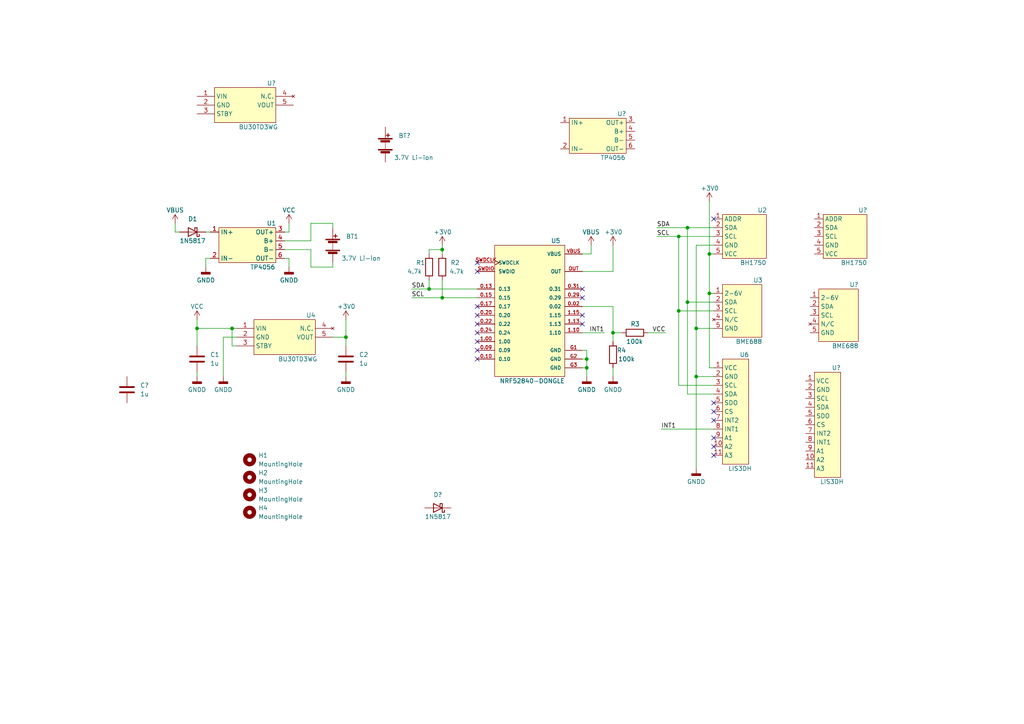
<source format=kicad_sch>
(kicad_sch (version 20211123) (generator eeschema)
  (paper "A4")
  (lib_symbols
    (symbol "BH1750:BH1750"
      (property "Reference" "U" (at 2.54 -1.27 0))
      (property "Value" "BH1750" (at -5.08 -1.27 0))
      (symbol "BH1750_0_1"
        (rectangle (start -8.89 -2.54) (end 3.81 -15.24) (fill (type background)))
      )
      (symbol "BH1750_1_1"
        (pin input line (at -7.62 -17.78 90) (length 2.54) (name "ADDR") (number "1"))
        (pin bidirectional line (at -5.08 -17.78 90) (length 2.54) (name "SDA") (number "2"))
        (pin bidirectional line (at -2.54 -17.78 90) (length 2.54) (name "SCL") (number "3"))
        (pin power_in line (at 0 -17.78 90) (length 2.54) (name "GND") (number "4"))
        (pin power_in line (at 2.54 -17.78 90) (length 2.54) (name "VCC") (number "5"))
      )
    )
    (symbol "BME688:BME688"
      (property "Reference" "U" (at 6.35 2.54 0))
      (property "Value" "BME688" (at -1.27 2.54 0))
      (symbol "BME688_0_1"
        (rectangle (start -6.35 1.27) (end 8.89 -10.16) (fill (type background)))
      )
      (symbol "BME688_1_1"
        (pin power_in line (at -3.81 -12.7 90) (length 2.54) (name "2-6V") (number "1"))
        (pin bidirectional line (at -1.27 -12.7 90) (length 2.54) (name "SDA") (number "2"))
        (pin bidirectional line (at 1.27 -12.7 90) (length 2.54) (name "SCL") (number "3"))
        (pin no_connect line (at 3.81 -12.7 90) (length 2.54) (name "N/C") (number "4"))
        (pin power_in line (at 6.35 -12.7 90) (length 2.54) (name "GND") (number "5"))
      )
    )
    (symbol "BU30TD3WG:BU30TD3WG"
      (property "Reference" "U" (at 10.16 -1.27 0))
      (property "Value" "BU30TD3WG" (at -1.27 -1.27 0))
      (symbol "BU30TD3WG_0_0"
        (pin power_in line (at -11.43 -5.08 0) (length 5.08) (name "VIN") (number "1"))
        (pin power_in line (at -11.43 -7.62 0) (length 5.08) (name "GND") (number "2"))
        (pin input line (at -11.43 -10.16 0) (length 5.08) (name "STBY") (number "3"))
        (pin no_connect line (at 16.51 -5.08 180) (length 5.08) (name "N.C.") (number "4"))
        (pin output line (at 16.51 -7.62 180) (length 5.08) (name "VOUT") (number "5"))
      )
      (symbol "BU30TD3WG_0_1"
        (polyline (pts (xy -6.35 -2.54) (xy 11.43 -2.54) (xy 11.43 -12.7) (xy -6.35 -12.7) (xy -6.35 -2.54)) (stroke (width 0.1524)) (fill (type background)))
      )
    )
    (symbol "Device:Battery" (pin_numbers hide) (pin_names (offset 0) hide)
      (property "Reference" "BT" (at 2.54 2.54 0))
      (property "Value" "Battery" (at 2.54 0 0))
      (symbol "Battery_0_1"
        (rectangle (start -2.032 -1.397) (end 2.032 -1.651) (fill (type outline)))
        (rectangle (start -2.032 1.778) (end 2.032 1.524) (fill (type outline)))
        (rectangle (start -1.3208 -1.9812) (end 1.27 -2.4892) (fill (type outline)))
        (rectangle (start -1.3208 1.1938) (end 1.27 0.6858) (fill (type outline)))
        (polyline (pts (xy 0 -1.524) (xy 0 -1.27)))
        (polyline (pts (xy 0 -1.016) (xy 0 -0.762)))
        (polyline (pts (xy 0 -0.508) (xy 0 -0.254)))
        (polyline (pts (xy 0 0) (xy 0 0.254)))
        (polyline (pts (xy 0 0.508) (xy 0 0.762)))
        (polyline (pts (xy 0 1.778) (xy 0 2.54)))
        (polyline (pts (xy 0.254 2.667) (xy 1.27 2.667)) (stroke (width 0.254)))
        (polyline (pts (xy 0.762 3.175) (xy 0.762 2.159)) (stroke (width 0.254)))
      )
      (symbol "Battery_1_1"
        (pin passive line (at 0 5.08 270) (length 2.54) (name "+") (number "1"))
        (pin passive line (at 0 -5.08 90) (length 2.54) (name "-") (number "2"))
      )
    )
    (symbol "Device:C" (pin_numbers hide) (pin_names (offset 0.254))
      (property "Reference" "C" (at 0.635 2.54 0))
      (property "Value" "C" (at 0.635 -2.54 0))
      (symbol "C_0_1"
        (polyline (pts (xy -2.032 -0.762) (xy 2.032 -0.762)) (stroke (width 0.508)))
        (polyline (pts (xy -2.032 0.762) (xy 2.032 0.762)) (stroke (width 0.508)))
      )
      (symbol "C_1_1"
        (pin passive line (at 0 3.81 270) (length 2.794) (name "~") (number "1"))
        (pin passive line (at 0 -3.81 90) (length 2.794) (name "~") (number "2"))
      )
    )
    (symbol "Device:R" (pin_numbers hide) (pin_names (offset 0))
      (property "Reference" "R" (at 2.032 0 90))
      (property "Value" "R" (at 0 0 90))
      (symbol "R_0_1"
        (rectangle (start -1.016 -2.54) (end 1.016 2.54) (stroke (width 0.254)))
      )
      (symbol "R_1_1"
        (pin passive line (at 0 3.81 270) (length 1.27) (name "~") (number "1"))
        (pin passive line (at 0 -3.81 90) (length 1.27) (name "~") (number "2"))
      )
    )
    (symbol "Diode:1N5817" (pin_numbers hide) (pin_names (offset 1.016) hide)
      (property "Reference" "D" (at 0 2.54 0))
      (property "Value" "1N5817" (at 0 -2.54 0))
      (symbol "1N5817_0_1"
        (polyline (pts (xy 1.27 0) (xy -1.27 0)))
        (polyline (pts (xy 1.27 1.27) (xy 1.27 -1.27) (xy -1.27 0) (xy 1.27 1.27)) (stroke (width 0.254)))
        (polyline (pts (xy -1.905 0.635) (xy -1.905 1.27) (xy -1.27 1.27) (xy -1.27 -1.27) (xy -0.635 -1.27) (xy -0.635 -0.635)) (stroke (width 0.254)))
      )
      (symbol "1N5817_1_1"
        (pin passive line (at -3.81 0 0) (length 2.54) (name "K") (number "1"))
        (pin passive line (at 3.81 0 180) (length 2.54) (name "A") (number "2"))
      )
    )
    (symbol "LIS3DH:LIS3DH"
      (property "Reference" "U" (at 0 0 0))
      (property "Value" "LIS3DH" (at 0 0 0))
      (symbol "LIS3DH_0_1"
        (rectangle (start -3.81 -1.27) (end 26.67 -8.89) (fill (type background)))
      )
      (symbol "LIS3DH_1_1"
        (pin power_in line (at -1.27 -11.43 90) (length 2.54) (name "VCC") (number "1"))
        (pin bidirectional line (at 21.59 -11.43 90) (length 2.54) (name "A2") (number "10"))
        (pin bidirectional line (at 24.13 -11.43 90) (length 2.54) (name "A3") (number "11"))
        (pin power_in line (at 1.27 -11.43 90) (length 2.54) (name "GND") (number "2"))
        (pin bidirectional line (at 3.81 -11.43 90) (length 2.54) (name "SCL") (number "3"))
        (pin bidirectional line (at 6.35 -11.43 90) (length 2.54) (name "SDA") (number "4"))
        (pin output line (at 8.89 -11.43 90) (length 2.54) (name "SDO") (number "5"))
        (pin input line (at 11.43 -11.43 90) (length 2.54) (name "CS") (number "6"))
        (pin input line (at 13.97 -11.43 90) (length 2.54) (name "INT2") (number "7"))
        (pin input line (at 16.51 -11.43 90) (length 2.54) (name "INT1") (number "8"))
        (pin bidirectional line (at 19.05 -11.43 90) (length 2.54) (name "A1") (number "9"))
      )
    )
    (symbol "Mechanical:MountingHole" (pin_names (offset 1.016))
      (property "Reference" "H" (at 0 5.08 0))
      (property "Value" "MountingHole" (at 0 3.175 0))
      (symbol "MountingHole_0_1"
        (circle (center 0 0) (radius 1.27) (stroke (width 1.27)))
      )
    )
    (symbol "NRF52840-DONGLE:NRF52840-DONGLE" (pin_names (offset 1.016))
      (property "Reference" "U?" (at 8.89 21.59 0))
      (property "Value" "NRF52840-DONGLE" (at 10.16 -19.05 0))
      (symbol "NRF52840-DONGLE_0_0"
        (rectangle (start -10.16 20.32) (end 10.16 -17.78) (stroke (width 0.1524)) (fill (type background)))
        (pin bidirectional line (at 15.24 2.54 180) (length 5.08) (name "0.02") (number "0.02"))
        (pin bidirectional line (at -15.24 -10.16 0) (length 5.08) (name "0.09") (number "0.09"))
        (pin bidirectional line (at -15.24 -12.7 0) (length 5.08) (name "0.10") (number "0.10"))
        (pin bidirectional line (at -15.24 7.62 0) (length 5.08) (name "0.13") (number "0.13"))
        (pin bidirectional line (at -15.24 5.08 0) (length 5.08) (name "0.15") (number "0.15"))
        (pin bidirectional line (at -15.24 2.54 0) (length 5.08) (name "0.17") (number "0.17"))
        (pin bidirectional line (at -15.24 0 0) (length 5.08) (name "0.20") (number "0.20"))
        (pin bidirectional line (at -15.24 -2.54 0) (length 5.08) (name "0.22") (number "0.22"))
        (pin bidirectional line (at -15.24 -5.08 0) (length 5.08) (name "0.24") (number "0.24"))
        (pin bidirectional line (at 15.24 5.08 180) (length 5.08) (name "0.29") (number "0.29"))
        (pin bidirectional line (at 15.24 7.62 180) (length 5.08) (name "0.31") (number "0.31"))
        (pin bidirectional line (at -15.24 -7.62 0) (length 5.08) (name "1.00") (number "1.00"))
        (pin bidirectional line (at 15.24 -5.08 180) (length 5.08) (name "1.10") (number "1.10"))
        (pin bidirectional line (at 15.24 -2.54 180) (length 5.08) (name "1.13") (number "1.13"))
        (pin bidirectional line (at 15.24 0 180) (length 5.08) (name "1.15") (number "1.15"))
        (pin power_in line (at 15.24 -10.16 180) (length 5.08) (name "GND") (number "G1"))
        (pin power_in line (at 15.24 -12.7 180) (length 5.08) (name "GND") (number "G2"))
        (pin power_in line (at 15.24 -15.24 180) (length 5.08) (name "GND") (number "G3"))
        (pin output line (at 15.24 12.7 180) (length 5.08) (name "OUT") (number "OUT"))
        (pin input clock (at -15.24 15.24 0) (length 5.08) (name "SWDCLK") (number "SWDCLK"))
        (pin bidirectional line (at -15.24 12.7 0) (length 5.08) (name "SWDIO") (number "SWDIO"))
        (pin power_in line (at 15.24 17.78 180) (length 5.08) (name "VBUS") (number "VBUS"))
      )
    )
    (symbol "TP4056_module:TP4056"
      (property "Reference" "U" (at 8.89 0 0))
      (property "Value" "TP4056" (at -2.54 0 0))
      (symbol "TP4056_0_1"
        (rectangle (start -6.35 -1.27) (end 10.16 -11.43) (fill (type background)))
      )
      (symbol "TP4056_1_1"
        (pin power_in line (at -8.89 -2.54 0) (length 2.54) (name "IN+") (number "1"))
        (pin power_in line (at -8.89 -10.16 0) (length 2.54) (name "IN-") (number "2"))
        (pin power_out line (at 12.7 -2.54 180) (length 2.54) (name "OUT+") (number "3"))
        (pin power_in line (at 12.7 -5.08 180) (length 2.54) (name "B+") (number "4"))
        (pin power_in line (at 12.7 -7.62 180) (length 2.54) (name "B-") (number "5"))
        (pin power_out line (at 12.7 -10.16 180) (length 2.54) (name "OUT-") (number "6"))
      )
    )
    (symbol "power:+3V0" (power) (pin_names (offset 0))
      (property "Value" "+3V0" (at 0 3.556 0))
      (symbol "+3V0_0_1"
        (polyline (pts (xy -0.762 1.27) (xy 0 2.54)))
        (polyline (pts (xy 0 0) (xy 0 2.54)))
        (polyline (pts (xy 0 2.54) (xy 0.762 1.27)))
      )
      (symbol "+3V0_1_1"
        (pin power_in line (at 0 0 90) (length 0) hide (name "+3V0") (number "1"))
      )
    )
    (symbol "power:GNDD" (power) (pin_names (offset 0))
      (property "Value" "GNDD" (at 0 -3.175 0))
      (symbol "GNDD_0_1"
        (rectangle (start -1.27 -1.524) (end 1.27 -2.032) (stroke (width 0.254)) (fill (type outline)))
        (polyline (pts (xy 0 0) (xy 0 -1.524)))
      )
      (symbol "GNDD_1_1"
        (pin power_in line (at 0 0 270) (length 0) hide (name "GNDD") (number "1"))
      )
    )
    (symbol "power:VBUS" (power) (pin_names (offset 0))
      (property "Value" "VBUS" (at 0 3.81 0))
      (symbol "VBUS_0_1"
        (polyline (pts (xy -0.762 1.27) (xy 0 2.54)))
        (polyline (pts (xy 0 0) (xy 0 2.54)))
        (polyline (pts (xy 0 2.54) (xy 0.762 1.27)))
      )
      (symbol "VBUS_1_1"
        (pin power_in line (at 0 0 90) (length 0) hide (name "VBUS") (number "1"))
      )
    )
    (symbol "power:VCC" (power) (pin_names (offset 0))
      (property "Value" "VCC" (at 0 3.81 0))
      (symbol "VCC_0_1"
        (polyline (pts (xy -0.762 1.27) (xy 0 2.54)))
        (polyline (pts (xy 0 0) (xy 0 2.54)))
        (polyline (pts (xy 0 2.54) (xy 0.762 1.27)))
      )
      (symbol "VCC_1_1"
        (pin power_in line (at 0 0 90) (length 0) hide (name "VCC") (number "1"))
      )
    )
  )
  (junction (at 205.74 73.66))
  (junction (at 205.74 85.09))
  (junction (at 196.85 90.17))
  (junction (at 57.15 95.25))
  (junction (at 170.18 104.14))
  (junction (at 128.27 86.36))
  (junction (at 177.8 96.52))
  (junction (at 67.31 95.25))
  (junction (at 124.46 83.82))
  (junction (at 201.93 95.25))
  (junction (at 199.39 66.04))
  (junction (at 128.27 72.39))
  (junction (at 170.18 106.68))
  (junction (at 201.93 109.22))
  (junction (at 100.33 97.79))
  (junction (at 196.85 68.58))
  (junction (at 199.39 87.63))
  (no_connect (at 207.01 121.92))
  (no_connect (at 138.43 88.9))
  (no_connect (at 168.91 86.36))
  (no_connect (at 138.43 99.06))
  (no_connect (at 207.01 127))
  (no_connect (at 168.91 83.82))
  (no_connect (at 168.91 93.98))
  (no_connect (at 207.01 116.84))
  (no_connect (at 138.43 78.74))
  (no_connect (at 138.43 76.2))
  (no_connect (at 138.43 91.44))
  (no_connect (at 138.43 96.52))
  (no_connect (at 207.01 63.5))
  (no_connect (at 138.43 104.14))
  (no_connect (at 207.01 119.38))
  (no_connect (at 207.01 132.08))
  (no_connect (at 207.01 129.54))
  (no_connect (at 138.43 101.6))
  (no_connect (at 168.91 91.44))
  (no_connect (at 138.43 93.98))
  (wire (pts (xy 96.52 64.77) (xy 96.52 66.04)))
  (wire (pts (xy 196.85 111.76) (xy 196.85 90.17)))
  (wire (pts (xy 177.8 96.52) (xy 177.8 99.06)))
  (wire (pts (xy 50.8 64.77) (xy 50.8 67.31)))
  (wire (pts (xy 177.8 88.9) (xy 177.8 96.52)))
  (wire (pts (xy 207.01 90.17) (xy 196.85 90.17)))
  (wire (pts (xy 59.69 74.93) (xy 59.69 77.47)))
  (wire (pts (xy 199.39 66.04) (xy 199.39 87.63)))
  (wire (pts (xy 177.8 71.12) (xy 177.8 78.74)))
  (wire (pts (xy 180.34 96.52) (xy 177.8 96.52)))
  (wire (pts (xy 82.55 72.39) (xy 90.17 72.39)))
  (wire (pts (xy 196.85 68.58) (xy 196.85 90.17)))
  (wire (pts (xy 128.27 72.39) (xy 128.27 73.66)))
  (wire (pts (xy 124.46 83.82) (xy 138.43 83.82)))
  (wire (pts (xy 168.91 104.14) (xy 170.18 104.14)))
  (wire (pts (xy 100.33 97.79) (xy 96.52 97.79)))
  (wire (pts (xy 201.93 95.25) (xy 201.93 109.22)))
  (wire (pts (xy 177.8 109.22) (xy 177.8 106.68)))
  (wire (pts (xy 170.18 104.14) (xy 170.18 106.68)))
  (wire (pts (xy 187.96 96.52) (xy 193.04 96.52)))
  (wire (pts (xy 57.15 107.95) (xy 57.15 109.22)))
  (wire (pts (xy 82.55 69.85) (xy 90.17 69.85)))
  (wire (pts (xy 128.27 86.36) (xy 119.38 86.36)))
  (wire (pts (xy 199.39 66.04) (xy 207.01 66.04)))
  (wire (pts (xy 207.01 111.76) (xy 196.85 111.76)))
  (wire (pts (xy 90.17 72.39) (xy 90.17 77.47)))
  (wire (pts (xy 190.5 68.58) (xy 196.85 68.58)))
  (wire (pts (xy 57.15 95.25) (xy 67.31 95.25)))
  (wire (pts (xy 50.8 67.31) (xy 52.07 67.31)))
  (wire (pts (xy 119.38 83.82) (xy 124.46 83.82)))
  (wire (pts (xy 83.82 64.77) (xy 83.82 67.31)))
  (wire (pts (xy 168.91 88.9) (xy 177.8 88.9)))
  (wire (pts (xy 82.55 74.93) (xy 83.82 74.93)))
  (wire (pts (xy 207.01 87.63) (xy 199.39 87.63)))
  (wire (pts (xy 100.33 92.71) (xy 100.33 97.79)))
  (wire (pts (xy 68.58 100.33) (xy 67.31 100.33)))
  (wire (pts (xy 59.69 67.31) (xy 60.96 67.31)))
  (wire (pts (xy 171.45 73.66) (xy 168.91 73.66)))
  (wire (pts (xy 205.74 85.09) (xy 205.74 106.68)))
  (wire (pts (xy 207.01 71.12) (xy 201.93 71.12)))
  (wire (pts (xy 170.18 101.6) (xy 170.18 104.14)))
  (wire (pts (xy 205.74 58.42) (xy 205.74 73.66)))
  (wire (pts (xy 168.91 101.6) (xy 170.18 101.6)))
  (wire (pts (xy 59.69 74.93) (xy 60.96 74.93)))
  (wire (pts (xy 124.46 81.28) (xy 124.46 83.82)))
  (wire (pts (xy 90.17 64.77) (xy 96.52 64.77)))
  (wire (pts (xy 83.82 74.93) (xy 83.82 77.47)))
  (wire (pts (xy 190.5 66.04) (xy 199.39 66.04)))
  (wire (pts (xy 83.82 67.31) (xy 82.55 67.31)))
  (wire (pts (xy 175.26 96.52) (xy 168.91 96.52)))
  (wire (pts (xy 171.45 71.12) (xy 171.45 73.66)))
  (wire (pts (xy 207.01 95.25) (xy 201.93 95.25)))
  (wire (pts (xy 205.74 73.66) (xy 205.74 85.09)))
  (wire (pts (xy 170.18 106.68) (xy 168.91 106.68)))
  (wire (pts (xy 207.01 85.09) (xy 205.74 85.09)))
  (wire (pts (xy 170.18 109.22) (xy 170.18 106.68)))
  (wire (pts (xy 128.27 86.36) (xy 138.43 86.36)))
  (wire (pts (xy 100.33 109.22) (xy 100.33 107.95)))
  (wire (pts (xy 67.31 100.33) (xy 67.31 95.25)))
  (wire (pts (xy 207.01 73.66) (xy 205.74 73.66)))
  (wire (pts (xy 196.85 68.58) (xy 207.01 68.58)))
  (wire (pts (xy 199.39 114.3) (xy 199.39 87.63)))
  (wire (pts (xy 128.27 71.12) (xy 128.27 72.39)))
  (wire (pts (xy 90.17 77.47) (xy 96.52 77.47)))
  (wire (pts (xy 207.01 114.3) (xy 199.39 114.3)))
  (wire (pts (xy 90.17 69.85) (xy 90.17 64.77)))
  (wire (pts (xy 68.58 95.25) (xy 67.31 95.25)))
  (wire (pts (xy 128.27 81.28) (xy 128.27 86.36)))
  (wire (pts (xy 207.01 106.68) (xy 205.74 106.68)))
  (wire (pts (xy 68.58 97.79) (xy 64.77 97.79)))
  (wire (pts (xy 57.15 92.71) (xy 57.15 95.25)))
  (wire (pts (xy 100.33 100.33) (xy 100.33 97.79)))
  (wire (pts (xy 124.46 73.66) (xy 124.46 72.39)))
  (wire (pts (xy 201.93 109.22) (xy 201.93 135.89)))
  (wire (pts (xy 201.93 71.12) (xy 201.93 95.25)))
  (wire (pts (xy 57.15 100.33) (xy 57.15 95.25)))
  (wire (pts (xy 96.52 77.47) (xy 96.52 76.2)))
  (wire (pts (xy 64.77 97.79) (xy 64.77 109.22)))
  (wire (pts (xy 177.8 78.74) (xy 168.91 78.74)))
  (wire (pts (xy 124.46 72.39) (xy 128.27 72.39)))
  (wire (pts (xy 207.01 109.22) (xy 201.93 109.22)))
  (wire (pts (xy 191.77 124.46) (xy 207.01 124.46)))
  (label "SCL" (at 190.5 68.58 0))
  (label "SCL" (at 119.38 86.36 0))
  (label "VCC" (at 193.04 96.52 180))
  (label "INT1" (at 191.77 124.46 0))
  (label "INT1" (at 175.26 96.52 180))
  (label "SDA" (at 190.5 66.04 0))
  (label "SDA" (at 119.38 83.82 0))
  (symbol (lib_id "power:+3V0") (at 205.74 58.42 0) (unit 1)
    (property "Reference" "#PWR01" (effects hide))
    (property "Value" "+3V0" (at 203.2 54.61 0) (effects (justify left)))
  )
  (symbol (lib_id "LIS3DH:LIS3DH") (at 218.44 107.95 270) (unit 1)
    (property "Reference" "U6" (at 215.9 102.87 90))
    (property "Value" "LIS3DH" (at 214.63 135.89 90))
    (property "Footprint" "custom:LIS3DH" (effects hide))
  )
  (symbol (lib_id "BME688:BME688") (at 247.65 90.17 270) (unit 1)
    (property "Reference" "U?" (at 246.38 82.55 90) (effects (justify left)))
    (property "Value" "BME688" (at 241.3 100.33 90) (effects (justify left)))
    (property "Footprint" "custom:BME688" (effects hide))
  )
  (symbol (lib_id "Diode:1N5817") (at 127 147.32 180) (unit 1)
    (property "Reference" "D?" (at 127 143.51 0))
    (property "Value" "1N5817" (at 127 149.86 0))
    (property "Footprint" "Diode_THT:D_DO-41_SOD81_P10.16mm_Horizontal" (effects hide))
    (property "Datasheet" "http://www.vishay.com/docs/88525/1n5817.pdf" (effects hide))
  )
  (symbol (lib_id "power:GNDD") (at 59.69 77.47 0) (unit 1)
    (property "Reference" "#PWR?" (effects hide))
    (property "Value" "GNDD" (at 59.69 81.28 0))
  )
  (symbol (lib_id "TP4056_module:TP4056") (at 171.45 33.02 0) (unit 1)
    (property "Reference" "U?" (at 180.34 33.02 0))
    (property "Value" "TP4056" (at 177.8 45.72 0))
    (property "Footprint" "custom:TP4056-18650" (effects hide))
  )
  (symbol (lib_id "BH1750:BH1750") (at 224.79 71.12 270) (unit 1)
    (property "Reference" "U2" (at 219.71 60.96 90) (effects (justify left)))
    (property "Value" "BH1750" (at 214.63 76.2 90) (effects (justify left)))
    (property "Footprint" "custom:BH1750" (effects hide))
  )
  (symbol (lib_id "Device:R") (at 124.46 77.47 0) (unit 1)
    (property "Reference" "R1" (at 120.65 76.2 0) (effects (justify left)))
    (property "Value" "4.7k" (at 118.11 78.74 0) (effects (justify left)))
    (property "Footprint" "Resistor_THT:R_Axial_DIN0204_L3.6mm_D1.6mm_P5.08mm_Horizontal" (effects hide))
  )
  (symbol (lib_id "power:VBUS") (at 50.8 64.77 0) (unit 1)
    (property "Reference" "#PWR02" (effects hide))
    (property "Value" "VBUS" (at 50.8 60.96 0))
  )
  (symbol (lib_id "BME688:BME688") (at 219.71 88.9 270) (unit 1)
    (property "Reference" "U3" (at 218.44 81.28 90) (effects (justify left)))
    (property "Value" "BME688" (at 213.36 99.06 90) (effects (justify left)))
    (property "Footprint" "custom:BME688" (effects hide))
  )
  (symbol (lib_id "power:VBUS") (at 171.45 71.12 0) (unit 1)
    (property "Reference" "#PWR05" (effects hide))
    (property "Value" "VBUS" (at 171.45 67.31 0))
  )
  (symbol (lib_id "Device:C") (at 100.33 104.14 0) (unit 1)
    (property "Reference" "C2" (at 104.14 102.8699 0) (effects (justify left)))
    (property "Value" "1u" (at 104.14 105.4099 0) (effects (justify left)))
    (property "Footprint" "Capacitor_THT:C_Disc_D5.1mm_W3.2mm_P5.00mm" (effects hide))
  )
  (symbol (lib_id "Mechanical:MountingHole") (at 72.39 138.43 0) (unit 1)
    (property "Reference" "H2" (at 74.93 137.1599 0) (effects (justify left)))
    (property "Value" "MountingHole" (at 74.93 139.6999 0) (effects (justify left)))
    (property "Footprint" "MountingHole:MountingHole_2.5mm" (effects hide))
  )
  (symbol (lib_id "Device:R") (at 177.8 102.87 180) (unit 1)
    (property "Reference" "R4" (at 181.61 101.6 0) (effects (justify left)))
    (property "Value" "100k" (at 184.15 104.14 0) (effects (justify left)))
    (property "Footprint" "Resistor_THT:R_Axial_DIN0204_L3.6mm_D1.6mm_P5.08mm_Horizontal" (effects hide))
  )
  (symbol (lib_id "BU30TD3WG:BU30TD3WG") (at 80.01 90.17 0) (unit 1)
    (property "Reference" "U4" (at 90.17 91.44 0))
    (property "Value" "BU30TD3WG" (at 86.36 104.14 0))
    (property "Footprint" "Package_TO_SOT_SMD:SOT-23-5" (effects hide))
  )
  (symbol (lib_id "power:GNDD") (at 177.8 109.22 0) (unit 1)
    (property "Reference" "#PWR?" (effects hide))
    (property "Value" "GNDD" (at 177.8 113.03 0))
  )
  (symbol (lib_id "Mechanical:MountingHole") (at 72.39 148.59 0) (unit 1)
    (property "Reference" "H4" (at 74.93 147.3199 0) (effects (justify left)))
    (property "Value" "MountingHole" (at 74.93 149.8599 0) (effects (justify left)))
    (property "Footprint" "MountingHole:MountingHole_2.5mm" (effects hide))
  )
  (symbol (lib_id "power:GNDD") (at 201.93 135.89 0) (unit 1)
    (property "Reference" "#PWR?" (effects hide))
    (property "Value" "GNDD" (at 201.93 139.7 0))
  )
  (symbol (lib_id "power:+3V0") (at 177.8 71.12 0) (unit 1)
    (property "Reference" "#PWR06" (effects hide))
    (property "Value" "+3V0" (at 175.26 67.31 0) (effects (justify left)))
  )
  (symbol (lib_id "Mechanical:MountingHole") (at 72.39 133.35 0) (unit 1)
    (property "Reference" "H1" (at 74.93 132.0799 0) (effects (justify left)))
    (property "Value" "MountingHole" (at 74.93 134.6199 0) (effects (justify left)))
    (property "Footprint" "MountingHole:MountingHole_2.5mm" (effects hide))
  )
  (symbol (lib_id "Device:R") (at 184.15 96.52 270) (unit 1)
    (property "Reference" "R3" (at 182.88 93.98 90) (effects (justify left)))
    (property "Value" "100k" (at 181.61 99.06 90) (effects (justify left)))
    (property "Footprint" "Resistor_THT:R_Axial_DIN0204_L3.6mm_D1.6mm_P5.08mm_Horizontal" (effects hide))
  )
  (symbol (lib_id "power:+3V0") (at 100.33 92.71 0) (unit 1)
    (property "Reference" "#PWR010" (effects hide))
    (property "Value" "+3V0" (at 97.79 88.9 0) (effects (justify left)))
  )
  (symbol (lib_id "LIS3DH:LIS3DH") (at 245.11 111.76 270) (unit 1)
    (property "Reference" "U?" (at 242.57 106.68 90))
    (property "Value" "LIS3DH" (at 241.3 139.7 90))
    (property "Footprint" "custom:LIS3DH" (effects hide))
  )
  (symbol (lib_id "Device:Battery") (at 111.76 41.91 0) (unit 1)
    (property "Reference" "BT?" (at 115.57 39.37 0) (effects (justify left)))
    (property "Value" "3.7V Li-ion" (at 114.3 45.72 0) (effects (justify left)))
    (property "Footprint" "custom:BHC-18650-1P" (effects hide))
  )
  (symbol (lib_id "power:GNDD") (at 83.82 77.47 0) (unit 1)
    (property "Reference" "#PWR?" (effects hide))
    (property "Value" "GNDD" (at 83.82 81.28 0))
  )
  (symbol (lib_id "Device:C") (at 36.83 113.03 0) (unit 1)
    (property "Reference" "C?" (at 40.64 111.7599 0) (effects (justify left)))
    (property "Value" "1u" (at 40.64 114.2999 0) (effects (justify left)))
    (property "Footprint" "Capacitor_THT:C_Disc_D5.1mm_W3.2mm_P5.00mm" (effects hide))
  )
  (symbol (lib_id "NRF52840-DONGLE:NRF52840-DONGLE") (at 153.67 91.44 0) (unit 1)
    (property "Reference" "U5" (at 162.56 69.85 0) (effects (justify right)))
    (property "Value" "NRF52840-DONGLE" (at 163.83 110.49 0) (effects (justify right)))
    (property "Footprint" "custom:MODULE_NRF52840-DONGLE" (effects hide))
    (property "PARTREV" "1.1" (effects hide))
    (property "STANDARD" "Manufacturer Recommendations" (effects hide))
    (property "MAXIMUM_PACKAGE_HEIGHT" "N/A" (effects hide))
    (property "MANUFACTURER" "Nordic semiconductor" (effects hide))
  )
  (symbol (lib_id "Device:C") (at 57.15 104.14 0) (unit 1)
    (property "Reference" "C1" (at 60.96 102.8699 0) (effects (justify left)))
    (property "Value" "1u" (at 60.96 105.4099 0) (effects (justify left)))
    (property "Footprint" "Capacitor_THT:C_Disc_D5.1mm_W3.2mm_P5.00mm" (effects hide))
  )
  (symbol (lib_id "power:+3V0") (at 128.27 71.12 0) (unit 1)
    (property "Reference" "#PWR04" (effects hide))
    (property "Value" "+3V0" (at 125.73 67.31 0) (effects (justify left)))
  )
  (symbol (lib_id "BH1750:BH1750") (at 254 71.12 270) (unit 1)
    (property "Reference" "U?" (at 248.92 60.96 90) (effects (justify left)))
    (property "Value" "BH1750" (at 243.84 76.2 90) (effects (justify left)))
    (property "Footprint" "custom:BH1750" (effects hide))
  )
  (symbol (lib_id "power:GNDD") (at 100.33 109.22 0) (unit 1)
    (property "Reference" "#PWR?" (effects hide))
    (property "Value" "GNDD" (at 100.33 113.03 0))
  )
  (symbol (lib_id "Device:R") (at 128.27 77.47 180) (unit 1)
    (property "Reference" "R2" (at 133.35 76.2 0) (effects (justify left)))
    (property "Value" "4.7k" (at 134.62 78.74 0) (effects (justify left)))
    (property "Footprint" "Resistor_THT:R_Axial_DIN0204_L3.6mm_D1.6mm_P5.08mm_Horizontal" (effects hide))
  )
  (symbol (lib_id "power:VCC") (at 83.82 64.77 0) (unit 1)
    (property "Reference" "#PWR03" (effects hide))
    (property "Value" "VCC" (at 83.82 60.96 0))
  )
  (symbol (lib_id "power:GNDD") (at 64.77 109.22 0) (unit 1)
    (property "Reference" "#PWR?" (effects hide))
    (property "Value" "GNDD" (at 64.77 113.03 0))
  )
  (symbol (lib_id "TP4056_module:TP4056") (at 69.85 64.77 0) (unit 1)
    (property "Reference" "U1" (at 78.74 64.77 0))
    (property "Value" "TP4056" (at 76.2 77.47 0))
    (property "Footprint" "custom:TP4056-18650" (effects hide))
  )
  (symbol (lib_id "power:GNDD") (at 170.18 109.22 0) (unit 1)
    (property "Reference" "#PWR?" (effects hide))
    (property "Value" "GNDD" (at 170.18 113.03 0))
  )
  (symbol (lib_id "power:GNDD") (at 57.15 109.22 0) (unit 1)
    (property "Reference" "#PWR?" (effects hide))
    (property "Value" "GNDD" (at 57.15 113.03 0))
  )
  (symbol (lib_id "BU30TD3WG:BU30TD3WG") (at 68.58 22.86 0) (unit 1)
    (property "Reference" "U?" (at 78.74 24.13 0))
    (property "Value" "BU30TD3WG" (at 74.93 36.83 0))
    (property "Footprint" "Package_TO_SOT_SMD:SOT-23-5" (effects hide))
  )
  (symbol (lib_id "Mechanical:MountingHole") (at 72.39 143.51 0) (unit 1)
    (property "Reference" "H3" (at 74.93 142.2399 0) (effects (justify left)))
    (property "Value" "MountingHole" (at 74.93 144.7799 0) (effects (justify left)))
    (property "Footprint" "MountingHole:MountingHole_2.5mm" (effects hide))
  )
  (symbol (lib_id "Device:Battery") (at 96.52 71.12 0) (unit 1)
    (property "Reference" "BT1" (at 100.33 68.58 0) (effects (justify left)))
    (property "Value" "3.7V Li-ion" (at 99.06 74.93 0) (effects (justify left)))
    (property "Footprint" "custom:BHC-18650-1P" (effects hide))
  )
  (symbol (lib_id "power:VCC") (at 57.15 92.71 0) (unit 1)
    (property "Reference" "#PWR09" (effects hide))
    (property "Value" "VCC" (at 57.15 88.9 0))
  )
  (symbol (lib_id "Diode:1N5817") (at 55.88 67.31 180) (unit 1)
    (property "Reference" "D1" (at 55.88 63.5 0))
    (property "Value" "1N5817" (at 55.88 69.85 0))
    (property "Footprint" "Diode_THT:D_DO-41_SOD81_P10.16mm_Horizontal" (effects hide))
    (property "Datasheet" "http://www.vishay.com/docs/88525/1n5817.pdf" (effects hide))
  )
)
</source>
